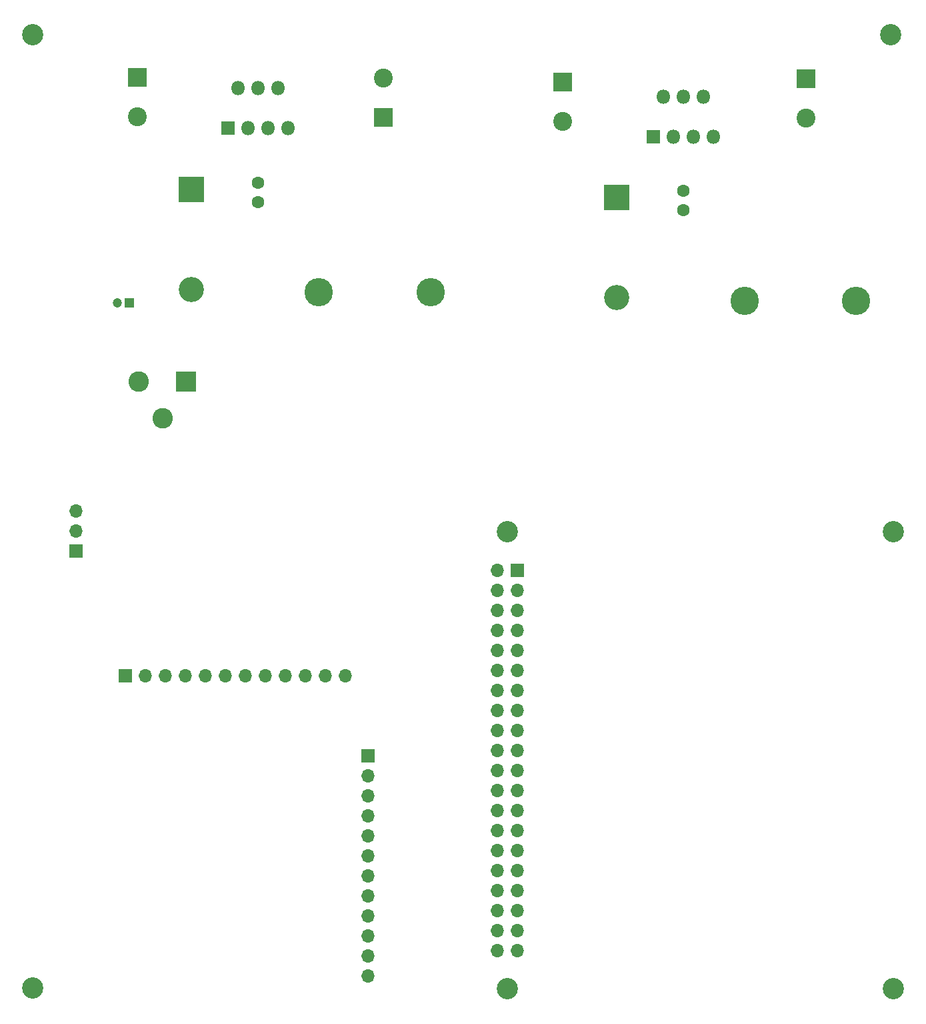
<source format=gbr>
%TF.GenerationSoftware,KiCad,Pcbnew,(5.1.9)-1*%
%TF.CreationDate,2022-02-08T11:22:36-08:00*%
%TF.ProjectId,controller_board,636f6e74-726f-46c6-9c65-725f626f6172,rev?*%
%TF.SameCoordinates,Original*%
%TF.FileFunction,Soldermask,Top*%
%TF.FilePolarity,Negative*%
%FSLAX46Y46*%
G04 Gerber Fmt 4.6, Leading zero omitted, Abs format (unit mm)*
G04 Created by KiCad (PCBNEW (5.1.9)-1) date 2022-02-08 11:22:36*
%MOMM*%
%LPD*%
G01*
G04 APERTURE LIST*
%ADD10O,1.800000X1.800000*%
%ADD11R,1.800000X1.800000*%
%ADD12C,2.700000*%
%ADD13O,1.700000X1.700000*%
%ADD14R,1.700000X1.700000*%
%ADD15C,3.600000*%
%ADD16R,3.200000X3.200000*%
%ADD17O,3.200000X3.200000*%
%ADD18R,2.400000X2.400000*%
%ADD19C,2.400000*%
%ADD20C,1.600000*%
%ADD21C,1.200000*%
%ADD22R,1.200000X1.200000*%
%ADD23C,2.600000*%
%ADD24R,2.600000X2.600000*%
G04 APERTURE END LIST*
D10*
%TO.C,U2*%
X66390000Y-71130000D03*
X63850000Y-71130000D03*
X61310000Y-71130000D03*
X65120000Y-76230000D03*
X62580000Y-76230000D03*
D11*
X60040000Y-76230000D03*
D10*
X67660000Y-76230000D03*
%TD*%
%TO.C,U1*%
X120450000Y-72180000D03*
X117910000Y-72180000D03*
X115370000Y-72180000D03*
X119180000Y-77280000D03*
X116640000Y-77280000D03*
D11*
X114100000Y-77280000D03*
D10*
X121720000Y-77280000D03*
%TD*%
D12*
%TO.C,J1*%
X144550000Y-185450000D03*
X144550000Y-127450000D03*
X95550000Y-185450000D03*
X95550000Y-127450000D03*
D13*
X94280000Y-160290000D03*
X96820000Y-165370000D03*
X96820000Y-150130000D03*
X96820000Y-175530000D03*
X96820000Y-137430000D03*
X94280000Y-172990000D03*
X94280000Y-175530000D03*
X94280000Y-155210000D03*
X96820000Y-162830000D03*
X96820000Y-142510000D03*
X94280000Y-134890000D03*
X94280000Y-150130000D03*
X96820000Y-145050000D03*
X94280000Y-167910000D03*
X94280000Y-165370000D03*
X96820000Y-152670000D03*
X94280000Y-170450000D03*
X94280000Y-132350000D03*
X96820000Y-147590000D03*
X94280000Y-157750000D03*
X96820000Y-134890000D03*
X94280000Y-145050000D03*
X96820000Y-170450000D03*
X96820000Y-157750000D03*
X94280000Y-152670000D03*
X96820000Y-155210000D03*
X96820000Y-167910000D03*
X96820000Y-139970000D03*
X94280000Y-180610000D03*
X96820000Y-178070000D03*
X94280000Y-142510000D03*
X96820000Y-172990000D03*
X94280000Y-162830000D03*
X96820000Y-180610000D03*
X94280000Y-178070000D03*
X94280000Y-139970000D03*
X94280000Y-147590000D03*
D14*
X96820000Y-132350000D03*
D13*
X94280000Y-137430000D03*
X96820000Y-160290000D03*
%TD*%
%TO.C,U3*%
X52075000Y-145725000D03*
X74935000Y-145725000D03*
X54615000Y-145725000D03*
X57155000Y-145725000D03*
X72395000Y-145725000D03*
D14*
X46995000Y-145725000D03*
D13*
X64775000Y-145725000D03*
X62235000Y-145725000D03*
X59695000Y-145725000D03*
X69855000Y-145725000D03*
X67315000Y-145725000D03*
X49535000Y-145725000D03*
X77870000Y-160950000D03*
X77870000Y-183810000D03*
X77870000Y-163490000D03*
X77870000Y-166030000D03*
X77870000Y-181270000D03*
D14*
X77870000Y-155870000D03*
D13*
X77870000Y-173650000D03*
X77870000Y-171110000D03*
X77870000Y-168570000D03*
X77870000Y-178730000D03*
X77870000Y-176190000D03*
X77870000Y-158410000D03*
%TD*%
D15*
%TO.C,L1*%
X139840000Y-98080000D03*
X125630000Y-98080000D03*
%TD*%
%TO.C,L2*%
X85780000Y-97030000D03*
X71570000Y-97030000D03*
%TD*%
D12*
%TO.C,H3*%
X144250000Y-64350000D03*
%TD*%
D13*
%TO.C,J5*%
X40750000Y-124770000D03*
X40750000Y-127310000D03*
D14*
X40750000Y-129850000D03*
%TD*%
D16*
%TO.C,D1*%
X109420000Y-84990000D03*
D17*
X109420000Y-97690000D03*
%TD*%
D18*
%TO.C,C1*%
X102580000Y-70350000D03*
D19*
X102580000Y-75350000D03*
%TD*%
D20*
%TO.C,C2*%
X117900000Y-84140000D03*
X117900000Y-86640000D03*
%TD*%
D18*
%TO.C,C6*%
X133490000Y-69930000D03*
D19*
X133490000Y-74930000D03*
%TD*%
D12*
%TO.C,H4*%
X35250000Y-64350000D03*
%TD*%
%TO.C,H2*%
X35250000Y-185350000D03*
%TD*%
D17*
%TO.C,D2*%
X55360000Y-96640000D03*
D16*
X55360000Y-83940000D03*
%TD*%
D19*
%TO.C,C7*%
X79750000Y-69850000D03*
D18*
X79750000Y-74850000D03*
%TD*%
D20*
%TO.C,C4*%
X63840000Y-85590000D03*
X63840000Y-83090000D03*
%TD*%
D19*
%TO.C,C3*%
X48520000Y-74760000D03*
D18*
X48520000Y-69760000D03*
%TD*%
D21*
%TO.C,C5*%
X46000000Y-98350000D03*
D22*
X47500000Y-98350000D03*
%TD*%
D23*
%TO.C,J4*%
X51750000Y-113050000D03*
X48750000Y-108350000D03*
D24*
X54750000Y-108350000D03*
%TD*%
M02*

</source>
